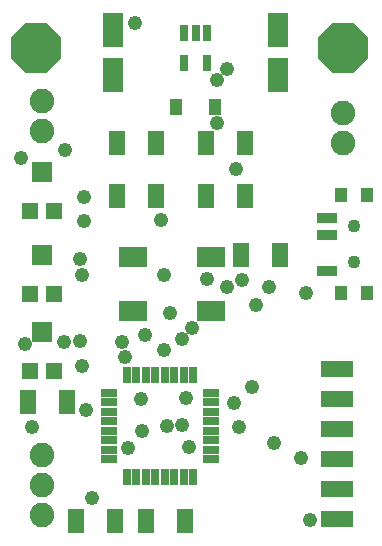
<source format=gts>
G75*
%MOIN*%
%OFA0B0*%
%FSLAX25Y25*%
%IPPOS*%
%LPD*%
%AMOC8*
5,1,8,0,0,1.08239X$1,22.5*
%
%ADD10R,0.05800X0.08300*%
%ADD11C,0.08200*%
%ADD12R,0.10800X0.05800*%
%ADD13R,0.09800X0.06800*%
%ADD14R,0.05800X0.03000*%
%ADD15R,0.03000X0.05800*%
%ADD16R,0.02965X0.05524*%
%ADD17R,0.07099X0.11800*%
%ADD18R,0.04383X0.05603*%
%ADD19R,0.03950X0.04737*%
%ADD20R,0.06706X0.03556*%
%ADD21C,0.04343*%
%ADD22R,0.06706X0.07099*%
%ADD23R,0.05524X0.05524*%
%ADD24C,0.04800*%
%ADD25OC8,0.16611*%
D10*
X0037954Y0012000D03*
X0050954Y0012000D03*
X0061576Y0012000D03*
X0074576Y0012000D03*
X0035206Y0051370D03*
X0022206Y0051370D03*
X0051734Y0120268D03*
X0064734Y0120268D03*
X0064734Y0137984D03*
X0051734Y0137984D03*
X0081261Y0137984D03*
X0094261Y0137984D03*
X0094261Y0120268D03*
X0081261Y0120268D03*
X0093072Y0100583D03*
X0106072Y0100583D03*
D11*
X0026737Y0013969D03*
X0026737Y0023969D03*
X0026737Y0033969D03*
X0026737Y0141921D03*
X0026737Y0151921D03*
X0127131Y0147984D03*
X0127131Y0137984D03*
D12*
X0125163Y0062591D03*
X0125163Y0052591D03*
X0125163Y0042591D03*
X0125163Y0032591D03*
X0125163Y0022591D03*
X0125163Y0012591D03*
D13*
X0083045Y0081740D03*
X0083045Y0099740D03*
X0057045Y0099740D03*
X0057045Y0081740D03*
D14*
X0049208Y0054520D03*
X0049208Y0051370D03*
X0049208Y0048220D03*
X0049208Y0045071D03*
X0049208Y0041921D03*
X0049208Y0038772D03*
X0049208Y0035622D03*
X0049208Y0032472D03*
X0083008Y0032472D03*
X0083008Y0035622D03*
X0083008Y0038772D03*
X0083008Y0041921D03*
X0083008Y0045071D03*
X0083008Y0048220D03*
X0083008Y0051370D03*
X0083008Y0054520D03*
D15*
X0077131Y0060396D03*
X0073982Y0060396D03*
X0070832Y0060396D03*
X0067682Y0060396D03*
X0064533Y0060396D03*
X0061383Y0060396D03*
X0058234Y0060396D03*
X0055084Y0060396D03*
X0055084Y0026596D03*
X0058234Y0026596D03*
X0061383Y0026596D03*
X0064533Y0026596D03*
X0067682Y0026596D03*
X0070832Y0026596D03*
X0073982Y0026596D03*
X0077131Y0026596D03*
D16*
X0074178Y0164362D03*
X0081659Y0164362D03*
X0081659Y0174598D03*
X0077919Y0174598D03*
X0074178Y0174598D03*
D17*
X0050360Y0175386D03*
X0050360Y0160449D03*
X0105478Y0160449D03*
X0105478Y0175386D03*
D18*
X0084365Y0149795D03*
X0071472Y0149795D03*
D19*
X0126344Y0120465D03*
X0135005Y0120465D03*
X0135005Y0087787D03*
X0126344Y0087787D03*
D20*
X0121816Y0095268D03*
X0121816Y0107079D03*
X0121816Y0112984D03*
D21*
X0130675Y0110031D03*
X0130675Y0098220D03*
D22*
X0026737Y0100583D03*
X0026737Y0074992D03*
X0026737Y0128142D03*
D23*
X0022800Y0115051D03*
X0030675Y0115051D03*
X0030675Y0087492D03*
X0022800Y0087492D03*
X0022800Y0061902D03*
X0030675Y0061902D03*
D24*
X0039958Y0063526D03*
X0039564Y0071739D03*
X0034164Y0071626D03*
X0021058Y0070726D03*
X0039958Y0093732D03*
X0039452Y0099132D03*
X0040858Y0111732D03*
X0040858Y0119720D03*
X0034558Y0135526D03*
X0019877Y0132824D03*
X0057845Y0177713D03*
X0084958Y0158926D03*
X0088558Y0162526D03*
X0084958Y0144526D03*
X0091258Y0129226D03*
X0066338Y0112239D03*
X0067296Y0093788D03*
X0069320Y0081076D03*
X0076858Y0076126D03*
X0073258Y0072526D03*
X0067352Y0068926D03*
X0061052Y0073820D03*
X0054358Y0066620D03*
X0053458Y0071626D03*
X0059645Y0052557D03*
X0060039Y0041870D03*
X0055258Y0036245D03*
X0068533Y0043445D03*
X0073483Y0043838D03*
X0075677Y0036469D03*
X0074889Y0052726D03*
X0090864Y0051320D03*
X0096883Y0056494D03*
X0092439Y0043050D03*
X0103955Y0037827D03*
X0113026Y0032926D03*
X0116177Y0012226D03*
X0098064Y0083889D03*
X0102283Y0089794D03*
X0093452Y0092045D03*
X0088445Y0089683D03*
X0081639Y0092550D03*
X0114658Y0087826D03*
X0043559Y0019371D03*
X0023364Y0043051D03*
X0041252Y0048732D03*
D25*
X0024769Y0169480D03*
X0127131Y0169480D03*
M02*

</source>
